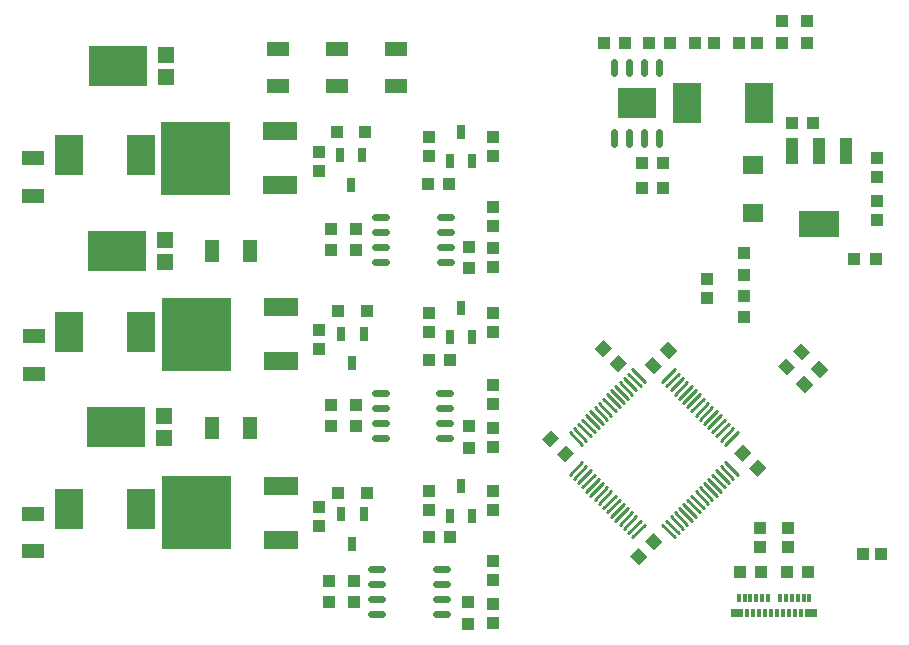
<source format=gtp>
G04 Layer: TopPasteMaskLayer*
G04 EasyEDA v6.3.39, 2020-04-30T23:39:24+05:30*
G04 1361d28c2fbe473eb46aea13557a18e3,781d2bfaae87481f995808756cab4c07,10*
G04 Gerber Generator version 0.2*
G04 Scale: 100 percent, Rotated: No, Reflected: No *
G04 Dimensions in inches *
G04 leading zeros omitted , absolute positions ,2 integer and 4 decimal *
%FSLAX24Y24*%
%MOIN*%
G90*
G70D02*

%ADD14C,0.023622*%
%ADD15C,0.011024*%
%ADD17R,0.074803X0.047244*%
%ADD18R,0.092520X0.137795*%
%ADD19R,0.055120X0.055120*%
%ADD20R,0.192913X0.133858*%
%ADD21R,0.039370X0.043307*%
%ADD22R,0.043307X0.039370*%
%ADD23R,0.011811X0.027559*%
%ADD24R,0.039370X0.027559*%
%ADD25R,0.137795X0.086614*%
%ADD26R,0.043307X0.086614*%
%ADD27R,0.047244X0.074803*%
%ADD28R,0.027559X0.049213*%
%ADD29R,0.066142X0.059843*%
%ADD30R,0.125984X0.098425*%
%ADD31R,0.039370X0.039370*%
%ADD32R,0.118100X0.063000*%

%LPD*%
G54D14*
G01X14062Y15671D02*
G01X13700Y15671D01*
G01X14062Y15171D02*
G01X13700Y15171D01*
G01X14062Y14671D02*
G01X13700Y14671D01*
G01X14062Y14171D02*
G01X13700Y14171D01*
G01X16219Y15671D02*
G01X15857Y15671D01*
G01X16219Y15171D02*
G01X15857Y15171D01*
G01X16219Y14671D02*
G01X15857Y14671D01*
G01X16219Y14171D02*
G01X15857Y14171D01*
G01X14042Y9805D02*
G01X13680Y9805D01*
G01X14042Y9305D02*
G01X13680Y9305D01*
G01X14042Y8805D02*
G01X13680Y8805D01*
G01X14042Y8305D02*
G01X13680Y8305D01*
G01X16200Y9805D02*
G01X15837Y9805D01*
G01X16200Y9305D02*
G01X15837Y9305D01*
G01X16200Y8805D02*
G01X15837Y8805D01*
G01X16200Y8305D02*
G01X15837Y8305D01*
G01X13924Y3938D02*
G01X13562Y3938D01*
G01X13924Y3438D02*
G01X13562Y3438D01*
G01X13924Y2938D02*
G01X13562Y2938D01*
G01X13924Y2438D02*
G01X13562Y2438D01*
G01X16081Y3938D02*
G01X15719Y3938D01*
G01X16081Y3438D02*
G01X15719Y3438D01*
G01X16081Y2938D02*
G01X15719Y2938D01*
G01X16081Y2438D02*
G01X15719Y2438D01*
G01X23170Y18110D02*
G01X23170Y18503D01*
G01X23170Y20472D02*
G01X23170Y20866D01*
G01X22670Y18110D02*
G01X22670Y18503D01*
G01X22170Y18110D02*
G01X22170Y18503D01*
G01X21670Y18110D02*
G01X21670Y18503D01*
G01X22670Y20472D02*
G01X22670Y20866D01*
G01X22170Y20472D02*
G01X22170Y20866D01*
G01X21670Y20472D02*
G01X21670Y20866D01*
G54D15*
G01X25772Y7089D02*
G01X25349Y7512D01*
G01X25633Y6949D02*
G01X25209Y7373D01*
G01X25493Y6810D02*
G01X25070Y7233D01*
G01X25354Y6671D02*
G01X24931Y7094D01*
G01X25215Y6532D02*
G01X24792Y6955D01*
G01X25076Y6393D02*
G01X24653Y6816D01*
G01X24937Y6253D02*
G01X24514Y6677D01*
G01X24797Y6114D02*
G01X24374Y6537D01*
G01X24658Y5975D02*
G01X24235Y6398D01*
G01X24519Y5836D02*
G01X24096Y6259D01*
G01X24380Y5697D02*
G01X23957Y6120D01*
G01X24241Y5557D02*
G01X23818Y5981D01*
G01X24101Y5418D02*
G01X23678Y5841D01*
G01X23962Y5279D02*
G01X23539Y5702D01*
G01X23823Y5140D02*
G01X23400Y5563D01*
G01X23684Y5001D02*
G01X23261Y5424D01*
G01X22682Y5424D02*
G01X22259Y5001D01*
G01X22543Y5563D02*
G01X22119Y5140D01*
G01X22403Y5702D02*
G01X21980Y5279D01*
G01X22264Y5841D02*
G01X21841Y5418D01*
G01X22125Y5981D02*
G01X21702Y5557D01*
G01X21986Y6120D02*
G01X21563Y5697D01*
G01X21847Y6259D02*
G01X21424Y5836D01*
G01X21707Y6398D02*
G01X21284Y5975D01*
G01X21568Y6537D02*
G01X21145Y6114D01*
G01X21429Y6677D02*
G01X21006Y6253D01*
G01X21290Y6816D02*
G01X20867Y6393D01*
G01X21151Y6955D02*
G01X20727Y6532D01*
G01X21011Y7094D02*
G01X20588Y6671D01*
G01X20872Y7233D02*
G01X20449Y6810D01*
G01X20733Y7373D02*
G01X20310Y6949D01*
G01X20594Y7512D02*
G01X20171Y7089D01*
G01X20594Y8091D02*
G01X20171Y8514D01*
G01X20733Y8230D02*
G01X20310Y8653D01*
G01X20872Y8369D02*
G01X20449Y8792D01*
G01X21011Y8508D02*
G01X20588Y8931D01*
G01X21151Y8648D02*
G01X20727Y9071D01*
G01X21290Y8787D02*
G01X20867Y9210D01*
G01X21429Y8926D02*
G01X21006Y9349D01*
G01X21568Y9065D02*
G01X21145Y9488D01*
G01X21707Y9204D02*
G01X21284Y9627D01*
G01X21847Y9344D02*
G01X21424Y9767D01*
G01X21986Y9483D02*
G01X21563Y9906D01*
G01X22125Y9622D02*
G01X21702Y10045D01*
G01X22264Y9761D02*
G01X21841Y10184D01*
G01X22403Y9900D02*
G01X21980Y10323D01*
G01X22543Y10039D02*
G01X22119Y10463D01*
G01X22682Y10179D02*
G01X22259Y10602D01*
G01X23684Y10602D02*
G01X23261Y10179D01*
G01X23823Y10463D02*
G01X23400Y10039D01*
G01X23962Y10323D02*
G01X23539Y9900D01*
G01X24101Y10184D02*
G01X23678Y9761D01*
G01X24241Y10045D02*
G01X23818Y9622D01*
G01X24380Y9906D02*
G01X23957Y9483D01*
G01X24519Y9767D02*
G01X24096Y9344D01*
G01X24658Y9627D02*
G01X24235Y9204D01*
G01X24797Y9488D02*
G01X24374Y9065D01*
G01X24937Y9349D02*
G01X24514Y8926D01*
G01X25076Y9210D02*
G01X24653Y8787D01*
G01X25215Y9071D02*
G01X24792Y8648D01*
G01X25354Y8931D02*
G01X24931Y8508D01*
G01X25493Y8792D02*
G01X25070Y8369D01*
G01X25633Y8653D02*
G01X25209Y8230D01*
G01X25772Y8514D02*
G01X25349Y8091D01*
G54D17*
G01X2283Y16386D03*
G01X2283Y17646D03*
G01X2322Y10441D03*
G01X2322Y11701D03*
G01X2283Y4536D03*
G01X2283Y5796D03*
G54D18*
G01X5879Y17764D03*
G01X3489Y17764D03*
G01X5879Y11859D03*
G01X3489Y11859D03*
G01X5879Y5953D03*
G01X3489Y5953D03*
G54D19*
G01X6705Y20355D03*
G01X6705Y21079D03*
G54D20*
G01X5105Y20717D03*
G54D19*
G01X6685Y14179D03*
G01X6685Y14903D03*
G54D20*
G01X5085Y14541D03*
G54D19*
G01X6655Y8325D03*
G01X6655Y9049D03*
G54D20*
G01X5055Y8687D03*
G36*
G01X21774Y10502D02*
G01X21495Y10781D01*
G01X21801Y11087D01*
G01X22080Y10809D01*
G01X21774Y10502D01*
G37*
G36*
G01X21272Y11003D02*
G01X20994Y11282D01*
G01X21300Y11588D01*
G01X21579Y11310D01*
G01X21272Y11003D01*
G37*
G54D22*
G01X25985Y13066D03*
G01X25985Y12357D03*
G54D23*
G01X25807Y2992D03*
G01X26004Y2992D03*
G01X26201Y2992D03*
G01X26398Y2992D03*
G01X26595Y2992D03*
G01X26790Y2992D03*
G01X27186Y2992D03*
G01X27381Y2992D03*
G01X27578Y2992D03*
G01X27775Y2992D03*
G01X27971Y2992D03*
G01X28168Y2992D03*
G54D24*
G01X25767Y2480D03*
G54D23*
G01X26101Y2480D03*
G01X26298Y2480D03*
G01X26495Y2480D03*
G01X26692Y2480D03*
G01X26889Y2480D03*
G01X27086Y2480D03*
G01X27282Y2480D03*
G01X27479Y2480D03*
G01X27676Y2480D03*
G01X27873Y2480D03*
G54D24*
G01X28208Y2480D03*
G54D22*
G01X17617Y15393D03*
G01X17617Y16023D03*
G01X17617Y9448D03*
G01X17617Y10078D03*
G01X17617Y3582D03*
G01X17617Y4212D03*
G01X17617Y8661D03*
G01X17617Y8031D03*
G01X17617Y2795D03*
G01X17617Y2165D03*
G01X12234Y14577D03*
G01X12234Y15286D03*
G01X12223Y8700D03*
G01X12223Y9409D03*
G01X12145Y2834D03*
G01X12145Y3543D03*
G01X13050Y8700D03*
G01X13050Y9409D03*
G01X12971Y2834D03*
G01X12971Y3543D03*
G54D21*
G01X21318Y21496D03*
G01X22026Y21496D03*
G54D22*
G01X28089Y21496D03*
G01X28089Y22204D03*
G54D21*
G01X22578Y17480D03*
G01X23286Y17480D03*
G01X24979Y21496D03*
G01X24349Y21496D03*
G01X26436Y21496D03*
G01X25806Y21496D03*
G54D25*
G01X28483Y15433D03*
G54D26*
G01X27578Y17873D03*
G01X28483Y17873D03*
G01X29389Y17873D03*
G54D21*
G01X30373Y14291D03*
G01X29664Y14291D03*
G54D22*
G01X30412Y15590D03*
G01X30412Y16220D03*
G01X30412Y17637D03*
G01X30412Y17007D03*
G54D17*
G01X14389Y21299D03*
G01X14389Y20039D03*
G01X12420Y21299D03*
G01X12420Y20039D03*
G54D27*
G01X8247Y14566D03*
G01X9507Y14566D03*
G01X8247Y8661D03*
G01X9507Y8661D03*
G54D17*
G01X10452Y21299D03*
G01X10452Y20039D03*
G36*
G01X23278Y4849D02*
G01X23000Y4570D01*
G01X22693Y4877D01*
G01X22972Y5155D01*
G01X23278Y4849D01*
G37*
G36*
G01X22777Y4348D02*
G01X22498Y4069D01*
G01X22192Y4376D01*
G01X22471Y4654D01*
G01X22777Y4348D01*
G37*
G36*
G01X20019Y7495D02*
G01X19741Y7773D01*
G01X20047Y8079D01*
G01X20325Y7801D01*
G01X20019Y7495D01*
G37*
G36*
G01X19518Y7996D02*
G01X19239Y8274D01*
G01X19546Y8580D01*
G01X19824Y8302D01*
G01X19518Y7996D01*
G37*
G36*
G01X22665Y10754D02*
G01X22943Y11032D01*
G01X23249Y10726D01*
G01X22971Y10447D01*
G01X22665Y10754D01*
G37*
G36*
G01X23166Y11255D02*
G01X23444Y11533D01*
G01X23750Y11227D01*
G01X23472Y10948D01*
G01X23166Y11255D01*
G37*
G36*
G01X25963Y8108D02*
G01X26241Y7829D01*
G01X25935Y7523D01*
G01X25657Y7802D01*
G01X25963Y8108D01*
G37*
G36*
G01X26464Y7607D02*
G01X26743Y7328D01*
G01X26436Y7022D01*
G01X26158Y7300D01*
G01X26464Y7607D01*
G37*
G54D22*
G01X17617Y14645D03*
G01X17617Y14015D03*
G01X26515Y4691D03*
G01X26515Y5321D03*
G01X27460Y4691D03*
G01X27460Y5321D03*
G01X24743Y13628D03*
G01X24743Y12998D03*
G54D21*
G01X30570Y4455D03*
G01X29940Y4455D03*
G54D28*
G01X12893Y16752D03*
G01X12519Y17736D03*
G01X13267Y17736D03*
G01X12932Y10807D03*
G01X12558Y11791D03*
G01X13306Y11791D03*
G01X12932Y4783D03*
G01X12558Y5767D03*
G01X13306Y5767D03*
G54D29*
G01X26278Y15826D03*
G01X26278Y17401D03*
G54D18*
G01X26485Y19488D03*
G01X24103Y19488D03*
G54D22*
G01X17617Y18346D03*
G01X17617Y17716D03*
G01X15491Y17716D03*
G01X15491Y18346D03*
G01X15491Y11850D03*
G01X15491Y12480D03*
G01X17617Y12480D03*
G01X17617Y11850D03*
G01X15491Y5905D03*
G01X15491Y6535D03*
G01X17617Y6535D03*
G01X17617Y5905D03*
G54D30*
G01X22420Y19488D03*
G54D21*
G01X16160Y16771D03*
G01X15452Y16771D03*
G01X16200Y10905D03*
G01X15491Y10905D03*
G01X16200Y5000D03*
G01X15491Y5000D03*
G54D31*
G01X12420Y18503D03*
G01X13365Y18503D03*
G01X12459Y12559D03*
G01X13404Y12559D03*
G01X12459Y6496D03*
G01X13404Y6496D03*
G54D21*
G01X28286Y18818D03*
G01X27578Y18818D03*
G01X25845Y3864D03*
G01X26554Y3864D03*
G01X28129Y3864D03*
G01X27420Y3864D03*
G01X23522Y21496D03*
G01X22814Y21496D03*
G54D22*
G01X27263Y21496D03*
G01X27263Y22204D03*
G36*
G01X27114Y10714D02*
G01X27392Y10993D01*
G01X27698Y10686D01*
G01X27420Y10408D01*
G01X27114Y10714D01*
G37*
G36*
G01X27615Y11215D02*
G01X27893Y11494D01*
G01X28199Y11187D01*
G01X27921Y10909D01*
G01X27615Y11215D01*
G37*
G36*
G01X28790Y10597D02*
G01X28511Y10318D01*
G01X28205Y10625D01*
G01X28484Y10903D01*
G01X28790Y10597D01*
G37*
G36*
G01X28289Y10096D02*
G01X28010Y9817D01*
G01X27704Y10124D01*
G01X27982Y10402D01*
G01X28289Y10096D01*
G37*
G54D21*
G01X22578Y16653D03*
G01X23286Y16653D03*
G54D22*
G01X13061Y14577D03*
G01X13061Y15286D03*
G01X16790Y2834D03*
G01X16790Y2125D03*
G01X16830Y8700D03*
G01X16830Y7992D03*
G01X16830Y14685D03*
G01X16830Y13976D03*
G54D28*
G01X16554Y18523D03*
G01X16928Y17539D03*
G01X16180Y17539D03*
G01X16554Y12657D03*
G01X16928Y11673D03*
G01X16180Y11673D03*
G01X16554Y6712D03*
G01X16928Y5728D03*
G01X16180Y5728D03*
G54D22*
G01X11830Y17834D03*
G01X11830Y17204D03*
G01X11830Y11929D03*
G01X11830Y11299D03*
G01X11830Y6023D03*
G01X11830Y5393D03*
G54D32*
G01X10528Y16737D03*
G01X10528Y18537D03*
G36*
G01X8839Y16417D02*
G01X6557Y16417D01*
G01X6557Y18858D01*
G01X8839Y18858D01*
G01X8839Y16417D01*
G37*
G01X10568Y10871D03*
G01X10568Y12671D03*
G36*
G01X8878Y10551D02*
G01X6596Y10551D01*
G01X6596Y12992D01*
G01X8878Y12992D01*
G01X8878Y10551D01*
G37*
G01X10568Y4926D03*
G01X10568Y6726D03*
G36*
G01X8878Y4606D02*
G01X6596Y4606D01*
G01X6596Y7047D01*
G01X8878Y7047D01*
G01X8878Y4606D01*
G37*
G54D22*
G01X25991Y14475D03*
G01X25991Y13766D03*
M00*
M02*

</source>
